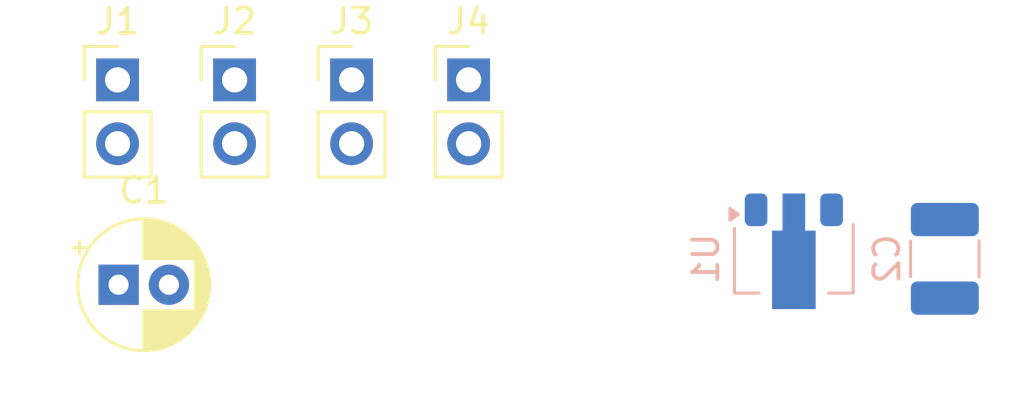
<source format=kicad_pcb>
(kicad_pcb (version 20241229) (generator "pcbnew") (generator_version "9.0")
  (title_block (title "SSP7903 Test PCB") (date "2025-02-25") (company "Perry Leumas"))
  (layers (0 "F.Cu" signal) (2 "B.Cu" signal) (13 "F.Paste" user) (15 "B.Paste" user) (5 "F.SilkS" user "F.Silkscreen") (7 "B.SilkS" user "B.Silkscreen") (1 "F.Mask" user) (3 "B.Mask" user) (25 "Edge.Cuts" user))
  (net 0 "")
  (net 1 "GND")
  (net 2 "/Vin")
  (net 3 "/Vout")
  (footprint "Connector_PinHeader_2.54mm:PinHeader_1x02_P2.54mm_Vertical" (layer "F.Cu") (at 131.7775 32.38)
    (property "Reference" "J2" (at 0 -2.33 0) (layer "F.SilkS"))
    (property "Value" "Conn_01x02")
    (fp_line (start -1.33 -1.33) (end 0 -1.33) (stroke (width 0.12)) (layer "F.SilkS"))
    (fp_line (start -1.33 0) (end -1.33 -1.33) (stroke (width 0.12)) (layer "F.SilkS"))
    (fp_line (start -1.33 1.27) (end -1.33 3.87) (stroke (width 0.12)) (layer "F.SilkS"))
    (fp_line (start -1.33 1.27) (end 1.33 1.27) (stroke (width 0.12)) (layer "F.SilkS"))
    (fp_line (start -1.33 3.87) (end 1.33 3.87) (stroke (width 0.12)) (layer "F.SilkS"))
    (fp_line (start 1.33 1.27) (end 1.33 3.87) (stroke (width 0.12)) (layer "F.SilkS"))
    (pad "1" thru_hole rect (at 0 0) (size 1.7 1.7) (drill 1) (layers "*.Cu" "*.Mask") (net 1 "GND"))
    (pad "2" thru_hole oval (at 0 2.54) (size 1.7 1.7) (drill 1) (layers "*.Cu" "*.Mask") (net 1 "GND"))
  )
  (footprint "Capacitor_THT:CP_Radial_D5.0mm_P2.00mm" (layer "F.Cu") (at 127.167275 40.53)
    (property "Reference" "C1" (at 1 -3.75 0) (layer "F.SilkS"))
    (property "Value" "10u")
    (fp_line (start -1.804775 -1.475) (end -1.304775 -1.475) (stroke (width 0.12)) (layer "F.SilkS"))
    (fp_line (start -1.554775 -1.725) (end -1.554775 -1.225) (stroke (width 0.12)) (layer "F.SilkS"))
    (fp_line (start 1 -2.58) (end 1 -1.04) (stroke (width 0.12)) (layer "F.SilkS"))
    (fp_line (start 1 1.04) (end 1 2.58) (stroke (width 0.12)) (layer "F.SilkS"))
    (fp_line (start 1.04 -2.58) (end 1.04 -1.04) (stroke (width 0.12)) (layer "F.SilkS"))
    (fp_line (start 1.04 1.04) (end 1.04 2.58) (stroke (width 0.12)) (layer "F.SilkS"))
    (fp_line (start 1.08 -2.579) (end 1.08 -1.04) (stroke (width 0.12)) (layer "F.SilkS"))
    (fp_line (start 1.08 1.04) (end 1.08 2.579) (stroke (width 0.12)) (layer "F.SilkS"))
    (fp_line (start 1.12 -2.578) (end 1.12 -1.04) (stroke (width 0.12)) (layer "F.SilkS"))
    (fp_line (start 1.12 1.04) (end 1.12 2.578) (stroke (width 0.12)) (layer "F.SilkS"))
    (fp_line (start 1.16 -2.576) (end 1.16 -1.04) (stroke (width 0.12)) (layer "F.SilkS"))
    (fp_line (start 1.16 1.04) (end 1.16 2.576) (stroke (width 0.12)) (layer "F.SilkS"))
    (fp_line (start 1.2 -2.573) (end 1.2 -1.04) (stroke (width 0.12)) (layer "F.SilkS"))
    (fp_line (start 1.2 1.04) (end 1.2 2.573) (stroke (width 0.12)) (layer "F.SilkS"))
    (fp_line (start 1.24 -2.569) (end 1.24 -1.04) (stroke (width 0.12)) (layer "F.SilkS"))
    (fp_line (start 1.24 1.04) (end 1.24 2.569) (stroke (width 0.12)) (layer "F.SilkS"))
    (fp_line (start 1.28 -2.565) (end 1.28 -1.04) (stroke (width 0.12)) (layer "F.SilkS"))
    (fp_line (start 1.28 1.04) (end 1.28 2.565) (stroke (width 0.12)) (layer "F.SilkS"))
    (fp_line (start 1.32 -2.561) (end 1.32 -1.04) (stroke (width 0.12)) (layer "F.SilkS"))
    (fp_line (start 1.32 1.04) (end 1.32 2.561) (stroke (width 0.12)) (layer "F.SilkS"))
    (fp_line (start 1.36 -2.556) (end 1.36 -1.04) (stroke (width 0.12)) (layer "F.SilkS"))
    (fp_line (start 1.36 1.04) (end 1.36 2.556) (stroke (width 0.12)) (layer "F.SilkS"))
    (fp_line (start 1.4 -2.55) (end 1.4 -1.04) (stroke (width 0.12)) (layer "F.SilkS"))
    (fp_line (start 1.4 1.04) (end 1.4 2.55) (stroke (width 0.12)) (layer "F.SilkS"))
    (fp_line (start 1.44 -2.543) (end 1.44 -1.04) (stroke (width 0.12)) (layer "F.SilkS"))
    (fp_line (start 1.44 1.04) (end 1.44 2.543) (stroke (width 0.12)) (layer "F.SilkS"))
    (fp_line (start 1.48 -2.536) (end 1.48 -1.04) (stroke (width 0.12)) (layer "F.SilkS"))
    (fp_line (start 1.48 1.04) (end 1.48 2.536) (stroke (width 0.12)) (layer "F.SilkS"))
    (fp_line (start 1.52 -2.528) (end 1.52 -1.04) (stroke (width 0.12)) (layer "F.SilkS"))
    (fp_line (start 1.52 1.04) (end 1.52 2.528) (stroke (width 0.12)) (layer "F.SilkS"))
    (fp_line (start 1.56 -2.52) (end 1.56 -1.04) (stroke (width 0.12)) (layer "F.SilkS"))
    (fp_line (start 1.56 1.04) (end 1.56 2.52) (stroke (width 0.12)) (layer "F.SilkS"))
    (fp_line (start 1.6 -2.511) (end 1.6 -1.04) (stroke (width 0.12)) (layer "F.SilkS"))
    (fp_line (start 1.6 1.04) (end 1.6 2.511) (stroke (width 0.12)) (layer "F.SilkS"))
    (fp_line (start 1.64 -2.501) (end 1.64 -1.04) (stroke (width 0.12)) (layer "F.SilkS"))
    (fp_line (start 1.64 1.04) (end 1.64 2.501) (stroke (width 0.12)) (layer "F.SilkS"))
    (fp_line (start 1.68 -2.491) (end 1.68 -1.04) (stroke (width 0.12)) (layer "F.SilkS"))
    (fp_line (start 1.68 1.04) (end 1.68 2.491) (stroke (width 0.12)) (layer "F.SilkS"))
    (fp_line (start 1.721 -2.48) (end 1.721 -1.04) (stroke (width 0.12)) (layer "F.SilkS"))
    (fp_line (start 1.721 1.04) (end 1.721 2.48) (stroke (width 0.12)) (layer "F.SilkS"))
    (fp_line (start 1.761 -2.468) (end 1.761 -1.04) (stroke (width 0.12)) (layer "F.SilkS"))
    (fp_line (start 1.761 1.04) (end 1.761 2.468) (stroke (width 0.12)) (layer "F.SilkS"))
    (fp_line (start 1.801 -2.455) (end 1.801 -1.04) (stroke (width 0.12)) (layer "F.SilkS"))
    (fp_line (start 1.801 1.04) (end 1.801 2.455) (stroke (width 0.12)) (layer "F.SilkS"))
    (fp_line (start 1.841 -2.442) (end 1.841 -1.04) (stroke (width 0.12)) (layer "F.SilkS"))
    (fp_line (start 1.841 1.04) (end 1.841 2.442) (stroke (width 0.12)) (layer "F.SilkS"))
    (fp_line (start 1.881 -2.428) (end 1.881 -1.04) (stroke (width 0.12)) (layer "F.SilkS"))
    (fp_line (start 1.881 1.04) (end 1.881 2.428) (stroke (width 0.12)) (layer "F.SilkS"))
    (fp_line (start 1.921 -2.414) (end 1.921 -1.04) (stroke (width 0.12)) (layer "F.SilkS"))
    (fp_line (start 1.921 1.04) (end 1.921 2.414) (stroke (width 0.12)) (layer "F.SilkS"))
    (fp_line (start 1.961 -2.398) (end 1.961 -1.04) (stroke (width 0.12)) (layer "F.SilkS"))
    (fp_line (start 1.961 1.04) (end 1.961 2.398) (stroke (width 0.12)) (layer "F.SilkS"))
    (fp_line (start 2.001 -2.382) (end 2.001 -1.04) (stroke (width 0.12)) (layer "F.SilkS"))
    (fp_line (start 2.001 1.04) (end 2.001 2.382) (stroke (width 0.12)) (layer "F.SilkS"))
    (fp_line (start 2.041 -2.365) (end 2.041 -1.04) (stroke (width 0.12)) (layer "F.SilkS"))
    (fp_line (start 2.041 1.04) (end 2.041 2.365) (stroke (width 0.12)) (layer "F.SilkS"))
    (fp_line (start 2.081 -2.348) (end 2.081 -1.04) (stroke (width 0.12)) (layer "F.SilkS"))
    (fp_line (start 2.081 1.04) (end 2.081 2.348) (stroke (width 0.12)) (layer "F.SilkS"))
    (fp_line (start 2.121 -2.329) (end 2.121 -1.04) (stroke (width 0.12)) (layer "F.SilkS"))
    (fp_line (start 2.121 1.04) (end 2.121 2.329) (stroke (width 0.12)) (layer "F.SilkS"))
    (fp_line (start 2.161 -2.31) (end 2.161 -1.04) (stroke (width 0.12)) (layer "F.SilkS"))
    (fp_line (start 2.161 1.04) (end 2.161 2.31) (stroke (width 0.12)) (layer "F.SilkS"))
    (fp_line (start 2.201 -2.29) (end 2.201 -1.04) (stroke (width 0.12)) (layer "F.SilkS"))
    (fp_line (start 2.201 1.04) (end 2.201 2.29) (stroke (width 0.12)) (layer "F.SilkS"))
    (fp_line (start 2.241 -2.268) (end 2.241 -1.04) (stroke (width 0.12)) (layer "F.SilkS"))
    (fp_line (start 2.241 1.04) (end 2.241 2.268) (stroke (width 0.12)) (layer "F.SilkS"))
    (fp_line (start 2.281 -2.247) (end 2.281 -1.04) (stroke (width 0.12)) (layer "F.SilkS"))
    (fp_line (start 2.281 1.04) (end 2.281 2.247) (stroke (width 0.12)) (layer "F.SilkS"))
    (fp_line (start 2.321 -2.224) (end 2.321 -1.04) (stroke (width 0.12)) (layer "F.SilkS"))
    (fp_line (start 2.321 1.04) (end 2.321 2.224) (stroke (width 0.12)) (layer "F.SilkS"))
    (fp_line (start 2.361 -2.2) (end 2.361 -1.04) (stroke (width 0.12)) (layer "F.SilkS"))
    (fp_line (start 2.361 1.04) (end 2.361 2.2) (stroke (width 0.12)) (layer "F.SilkS"))
    (fp_line (start 2.401 -2.175) (end 2.401 -1.04) (stroke (width 0.12)) (layer "F.SilkS"))
    (fp_line (start 2.401 1.04) (end 2.401 2.175) (stroke (width 0.12)) (layer "F.SilkS"))
    (fp_line (start 2.441 -2.149) (end 2.441 -1.04) (stroke (width 0.12)) (layer "F.SilkS"))
    (fp_line (start 2.441 1.04) (end 2.441 2.149) (stroke (width 0.12)) (layer "F.SilkS"))
    (fp_line (start 2.481 -2.122) (end 2.481 -1.04) (stroke (width 0.12)) (layer "F.SilkS"))
    (fp_line (start 2.481 1.04) (end 2.481 2.122) (stroke (width 0.12)) (layer "F.SilkS"))
    (fp_line (start 2.521 -2.095) (end 2.521 -1.04) (stroke (width 0.12)) (layer "F.SilkS"))
    (fp_line (start 2.521 1.04) (end 2.521 2.095) (stroke (width 0.12)) (layer "F.SilkS"))
    (fp_line (start 2.561 -2.065) (end 2.561 -1.04) (stroke (width 0.12)) (layer "F.SilkS"))
    (fp_line (start 2.561 1.04) (end 2.561 2.065) (stroke (width 0.12)) (layer "F.SilkS"))
    (fp_line (start 2.601 -2.035) (end 2.601 -1.04) (stroke (width 0.12)) (layer "F.SilkS"))
    (fp_line (start 2.601 1.04) (end 2.601 2.035) (stroke (width 0.12)) (layer "F.SilkS"))
    (fp_line (start 2.641 -2.004) (end 2.641 -1.04) (stroke (width 0.12)) (layer "F.SilkS"))
    (fp_line (start 2.641 1.04) (end 2.641 2.004) (stroke (width 0.12)) (layer "F.SilkS"))
    (fp_line (start 2.681 -1.971) (end 2.681 -1.04) (stroke (width 0.12)) (layer "F.SilkS"))
    (fp_line (start 2.681 1.04) (end 2.681 1.971) (stroke (width 0.12)) (layer "F.SilkS"))
    (fp_line (start 2.721 -1.937) (end 2.721 -1.04) (stroke (width 0.12)) (layer "F.SilkS"))
    (fp_line (start 2.721 1.04) (end 2.721 1.937) (stroke (width 0.12)) (layer "F.SilkS"))
    (fp_line (start 2.761 -1.901) (end 2.761 -1.04) (stroke (width 0.12)) (layer "F.SilkS"))
    (fp_line (start 2.761 1.04) (end 2.761 1.901) (stroke (width 0.12)) (layer "F.SilkS"))
    (fp_line (start 2.801 -1.864) (end 2.801 -1.04) (stroke (width 0.12)) (layer "F.SilkS"))
    (fp_line (start 2.801 1.04) (end 2.801 1.864) (stroke (width 0.12)) (layer "F.SilkS"))
    (fp_line (start 2.841 -1.826) (end 2.841 -1.04) (stroke (width 0.12)) (layer "F.SilkS"))
    (fp_line (start 2.841 1.04) (end 2.841 1.826) (stroke (width 0.12)) (layer "F.SilkS"))
    (fp_line (start 2.881 -1.785) (end 2.881 -1.04) (stroke (width 0.12)) (layer "F.SilkS"))
    (fp_line (start 2.881 1.04) (end 2.881 1.785) (stroke (width 0.12)) (layer "F.SilkS"))
    (fp_line (start 2.921 -1.743) (end 2.921 -1.04) (stroke (width 0.12)) (layer "F.SilkS"))
    (fp_line (start 2.921 1.04) (end 2.921 1.743) (stroke (width 0.12)) (layer "F.SilkS"))
    (fp_line (start 2.961 -1.699) (end 2.961 -1.04) (stroke (width 0.12)) (layer "F.SilkS"))
    (fp_line (start 2.961 1.04) (end 2.961 1.699) (stroke (width 0.12)) (layer "F.SilkS"))
    (fp_line (start 3.001 -1.653) (end 3.001 -1.04) (stroke (width 0.12)) (layer "F.SilkS"))
    (fp_line (start 3.001 1.04) (end 3.001 1.653) (stroke (width 0.12)) (layer "F.SilkS"))
    (fp_line (start 3.041 -1.605) (end 3.041 1.605) (stroke (width 0.12)) (layer "F.SilkS"))
    (fp_line (start 3.081 -1.554) (end 3.081 1.554) (stroke (width 0.12)) (layer "F.SilkS"))
    (fp_line (start 3.121 -1.5) (end 3.121 1.5) (stroke (width 0.12)) (layer "F.SilkS"))
    (fp_line (start 3.161 -1.443) (end 3.161 1.443) (stroke (width 0.12)) (layer "F.SilkS"))
    (fp_line (start 3.201 -1.383) (end 3.201 1.383) (stroke (width 0.12)) (layer "F.SilkS"))
    (fp_line (start 3.241 -1.319) (end 3.241 1.319) (stroke (width 0.12)) (layer "F.SilkS"))
    (fp_line (start 3.281 -1.251) (end 3.281 1.251) (stroke (width 0.12)) (layer "F.SilkS"))
    (fp_line (start 3.321 -1.178) (end 3.321 1.178) (stroke (width 0.12)) (layer "F.SilkS"))
    (fp_line (start 3.361 -1.098) (end 3.361 1.098) (stroke (width 0.12)) (layer "F.SilkS"))
    (fp_line (start 3.401 -1.011) (end 3.401 1.011) (stroke (width 0.12)) (layer "F.SilkS"))
    (fp_line (start 3.441 -0.915) (end 3.441 0.915) (stroke (width 0.12)) (layer "F.SilkS"))
    (fp_line (start 3.481 -0.805) (end 3.481 0.805) (stroke (width 0.12)) (layer "F.SilkS"))
    (fp_line (start 3.521 -0.677) (end 3.521 0.677) (stroke (width 0.12)) (layer "F.SilkS"))
    (fp_line (start 3.561 -0.518) (end 3.561 0.518) (stroke (width 0.12)) (layer "F.SilkS"))
    (fp_line (start 3.601 -0.284) (end 3.601 0.284) (stroke (width 0.12)) (layer "F.SilkS"))
    (fp_circle (center 1 0) (end 3.62 0) (stroke (width 0.12)) (fill no) (layer "F.SilkS"))
    (pad "1" thru_hole rect (at 0 0) (size 1.6 1.6) (drill 0.8) (layers "*.Cu" "*.Mask") (net 2 "/Vin"))
    (pad "2" thru_hole circle (at 2 0) (size 1.6 1.6) (drill 0.8) (layers "*.Cu" "*.Mask") (net 1 "GND"))
  )
  (footprint "Connector_PinHeader_2.54mm:PinHeader_1x02_P2.54mm_Vertical" (layer "F.Cu") (at 141.0775 32.38)
    (property "Reference" "J4" (at 0 -2.33 0) (layer "F.SilkS"))
    (property "Value" "Conn_01x02")
    (fp_line (start -1.33 -1.33) (end 0 -1.33) (stroke (width 0.12)) (layer "F.SilkS"))
    (fp_line (start -1.33 0) (end -1.33 -1.33) (stroke (width 0.12)) (layer "F.SilkS"))
    (fp_line (start -1.33 1.27) (end -1.33 3.87) (stroke (width 0.12)) (layer "F.SilkS"))
    (fp_line (start -1.33 1.27) (end 1.33 1.27) (stroke (width 0.12)) (layer "F.SilkS"))
    (fp_line (start -1.33 3.87) (end 1.33 3.87) (stroke (width 0.12)) (layer "F.SilkS"))
    (fp_line (start 1.33 1.27) (end 1.33 3.87) (stroke (width 0.12)) (layer "F.SilkS"))
    (pad "1" thru_hole rect (at 0 0) (size 1.7 1.7) (drill 1) (layers "*.Cu" "*.Mask") (net 1 "GND"))
    (pad "2" thru_hole oval (at 0 2.54) (size 1.7 1.7) (drill 1) (layers "*.Cu" "*.Mask") (net 1 "GND"))
  )
  (footprint "Connector_PinHeader_2.54mm:PinHeader_1x02_P2.54mm_Vertical" (layer "F.Cu") (at 127.1275 32.38)
    (property "Reference" "J1" (at 0 -2.33 0) (layer "F.SilkS"))
    (property "Value" "Conn_01x02")
    (fp_line (start -1.33 -1.33) (end 0 -1.33) (stroke (width 0.12)) (layer "F.SilkS"))
    (fp_line (start -1.33 0) (end -1.33 -1.33) (stroke (width 0.12)) (layer "F.SilkS"))
    (fp_line (start -1.33 1.27) (end -1.33 3.87) (stroke (width 0.12)) (layer "F.SilkS"))
    (fp_line (start -1.33 1.27) (end 1.33 1.27) (stroke (width 0.12)) (layer "F.SilkS"))
    (fp_line (start -1.33 3.87) (end 1.33 3.87) (stroke (width 0.12)) (layer "F.SilkS"))
    (fp_line (start 1.33 1.27) (end 1.33 3.87) (stroke (width 0.12)) (layer "F.SilkS"))
    (pad "1" thru_hole rect (at 0 0) (size 1.7 1.7) (drill 1) (layers "*.Cu" "*.Mask") (net 2 "/Vin"))
    (pad "2" thru_hole oval (at 0 2.54) (size 1.7 1.7) (drill 1) (layers "*.Cu" "*.Mask") (net 2 "/Vin"))
  )
  (footprint "Connector_PinHeader_2.54mm:PinHeader_1x02_P2.54mm_Vertical" (layer "F.Cu") (at 136.4275 32.38)
    (property "Reference" "J3" (at 0 -2.33 0) (layer "F.SilkS"))
    (property "Value" "Conn_01x02")
    (fp_line (start -1.33 -1.33) (end 0 -1.33) (stroke (width 0.12)) (layer "F.SilkS"))
    (fp_line (start -1.33 0) (end -1.33 -1.33) (stroke (width 0.12)) (layer "F.SilkS"))
    (fp_line (start -1.33 1.27) (end -1.33 3.87) (stroke (width 0.12)) (layer "F.SilkS"))
    (fp_line (start -1.33 1.27) (end 1.33 1.27) (stroke (width 0.12)) (layer "F.SilkS"))
    (fp_line (start -1.33 3.87) (end 1.33 3.87) (stroke (width 0.12)) (layer "F.SilkS"))
    (fp_line (start 1.33 1.27) (end 1.33 3.87) (stroke (width 0.12)) (layer "F.SilkS"))
    (pad "1" thru_hole rect (at 0 0) (size 1.7 1.7) (drill 1) (layers "*.Cu" "*.Mask") (net 3 "/Vout"))
    (pad "2" thru_hole oval (at 0 2.54) (size 1.7 1.7) (drill 1) (layers "*.Cu" "*.Mask") (net 3 "/Vout"))
  )
  (footprint "Capacitor_SMD:C_1210_3225Metric_Pad1.33x2.70mm_HandSolder" (layer "B.Cu") (at 160 39.5 -90)
    (property "Reference" "C2" (at 0 2.3 90) (layer "B.SilkS") (effects (justify mirror)))
    (property "Value" "10u")
    (fp_line (start -0.711252 1.36) (end 0.711252 1.36) (stroke (width 0.12)) (layer "B.SilkS"))
    (fp_line (start -0.711252 -1.36) (end 0.711252 -1.36) (stroke (width 0.12)) (layer "B.SilkS"))
    (pad "1" smd roundrect (at -1.5625 0 270) (size 1.325 2.7) (layers "B.Cu" "B.Mask" "B.Paste") (roundrect_rratio 0.188679) (net 3 "/Vout"))
    (pad "2" smd roundrect (at 1.5625 0 270) (size 1.325 2.7) (layers "B.Cu" "B.Mask" "B.Paste") (roundrect_rratio 0.188679) (net 1 "GND"))
  )
  (footprint "Package_TO_SOT_SMD:SOT-89-3" (layer "B.Cu") (at 154 39.5 -90)
    (property "Reference" "U1" (at 0 3.5 90) (layer "B.SilkS") (effects (justify mirror)))
    (property "Value" "SSP7903P33PR")
    (fp_line (start -1.22 2.36) (end 1.36 2.36) (stroke (width 0.12)) (layer "B.SilkS"))
    (fp_line (start 1.36 1.38) (end 1.36 2.36) (stroke (width 0.12)) (layer "B.SilkS"))
    (fp_line (start 1.36 -1.38) (end 1.36 -2.36) (stroke (width 0.12)) (layer "B.SilkS"))
    (fp_line (start 1.36 -2.36) (end -1.36 -2.36) (stroke (width 0.12)) (layer "B.SilkS"))
    (fp_poly (pts (xy -1.77 2.21) (xy -2.01 2.54) (xy -1.53 2.54) (xy -1.77 2.21)) (stroke (width 0.12)) (fill yes) (layer "B.SilkS"))
    (pad "1" smd roundrect (at -1.95 1.5 270) (size 1.3 0.9) (layers "B.Cu" "B.Mask" "B.Paste") (net 1 "GND"))
    (pad "2" smd custom (at -1.8625 0 270) (size 1.475 0.9) (layers "B.Cu" "B.Mask" "B.Paste") (net 2 "/Vin") (options (clearance outline) (anchor rect)) (primitives (gr_poly (pts (xy 3.8625 -0.8665) (xy 0.7375 -0.8665) (xy 0.7375 0.8665) (xy 3.8625 0.8665)) (width 0) (fill yes))))
    (pad "3" smd roundrect (at -1.95 -1.5 270) (size 1.3 0.9) (layers "B.Cu" "B.Mask" "B.Paste") (net 3 "/Vout"))
  )
)
</source>
